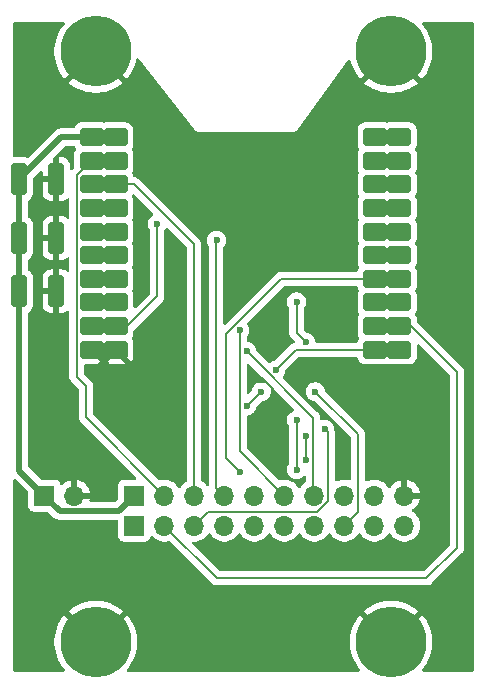
<source format=gtl>
%TF.GenerationSoftware,KiCad,Pcbnew,9.0.0*%
%TF.CreationDate,2025-04-04T06:59:08-07:00*%
%TF.ProjectId,XBee Pro THT Mounting PCB,58426565-2050-4726-9f20-544854204d6f,rev?*%
%TF.SameCoordinates,Original*%
%TF.FileFunction,Copper,L1,Top*%
%TF.FilePolarity,Positive*%
%FSLAX46Y46*%
G04 Gerber Fmt 4.6, Leading zero omitted, Abs format (unit mm)*
G04 Created by KiCad (PCBNEW 9.0.0) date 2025-04-04 06:59:08*
%MOMM*%
%LPD*%
G01*
G04 APERTURE LIST*
G04 Aperture macros list*
%AMRoundRect*
0 Rectangle with rounded corners*
0 $1 Rounding radius*
0 $2 $3 $4 $5 $6 $7 $8 $9 X,Y pos of 4 corners*
0 Add a 4 corners polygon primitive as box body*
4,1,4,$2,$3,$4,$5,$6,$7,$8,$9,$2,$3,0*
0 Add four circle primitives for the rounded corners*
1,1,$1+$1,$2,$3*
1,1,$1+$1,$4,$5*
1,1,$1+$1,$6,$7*
1,1,$1+$1,$8,$9*
0 Add four rect primitives between the rounded corners*
20,1,$1+$1,$2,$3,$4,$5,0*
20,1,$1+$1,$4,$5,$6,$7,0*
20,1,$1+$1,$6,$7,$8,$9,0*
20,1,$1+$1,$8,$9,$2,$3,0*%
G04 Aperture macros list end*
%TA.AperFunction,ComponentPad*%
%ADD10C,6.000000*%
%TD*%
%TA.AperFunction,SMDPad,CuDef*%
%ADD11RoundRect,0.250000X-0.412500X-1.100000X0.412500X-1.100000X0.412500X1.100000X-0.412500X1.100000X0*%
%TD*%
%TA.AperFunction,ComponentPad*%
%ADD12R,1.700000X1.700000*%
%TD*%
%TA.AperFunction,ComponentPad*%
%ADD13O,1.700000X1.700000*%
%TD*%
%TA.AperFunction,ComponentPad*%
%ADD14RoundRect,0.225000X-0.775000X-0.525000X0.775000X-0.525000X0.775000X0.525000X-0.775000X0.525000X0*%
%TD*%
%TA.AperFunction,ViaPad*%
%ADD15C,0.600000*%
%TD*%
%TA.AperFunction,Conductor*%
%ADD16C,0.500000*%
%TD*%
%TA.AperFunction,Conductor*%
%ADD17C,0.200000*%
%TD*%
G04 APERTURE END LIST*
D10*
%TO.P,REF\u002A\u002A,1*%
%TO.N,GND*%
X106600000Y-61800000D03*
%TD*%
%TO.P,REF\u002A\u002A,1*%
%TO.N,GND*%
X131600000Y-61800000D03*
%TD*%
D11*
%TO.P,C1,1*%
%TO.N,+3.3V*%
X100137500Y-72600000D03*
%TO.P,C1,2*%
%TO.N,GND*%
X103262500Y-72600000D03*
%TD*%
%TO.P,C2,1*%
%TO.N,+3.3V*%
X100137500Y-77600000D03*
%TO.P,C2,2*%
%TO.N,GND*%
X103262500Y-77600000D03*
%TD*%
D12*
%TO.P,J3,1,Pin_1*%
%TO.N,+3.3V*%
X102240000Y-99400000D03*
D13*
%TO.P,J3,2,Pin_2*%
%TO.N,GND*%
X104780000Y-99400000D03*
%TD*%
D10*
%TO.P,REF\u002A\u002A,1*%
%TO.N,GND*%
X106600000Y-111800000D03*
%TD*%
D12*
%TO.P,J2,1,Pin_1*%
%TO.N,Net-(J2-Pin_1)*%
X109860000Y-101940000D03*
D13*
%TO.P,J2,2,Pin_2*%
%TO.N,Net-(J2-Pin_2)*%
X112400000Y-101940000D03*
%TO.P,J2,3,Pin_3*%
%TO.N,Net-(J2-Pin_3)*%
X114940000Y-101940000D03*
%TO.P,J2,4,Pin_4*%
%TO.N,Net-(J2-Pin_4)*%
X117480000Y-101940000D03*
%TO.P,J2,5,Pin_5*%
%TO.N,Net-(J2-Pin_5)*%
X120020000Y-101940000D03*
%TO.P,J2,6,Pin_6*%
%TO.N,Net-(J2-Pin_6)*%
X122560000Y-101940000D03*
%TO.P,J2,7,Pin_7*%
%TO.N,Net-(J2-Pin_7)*%
X125100000Y-101940000D03*
%TO.P,J2,8,Pin_8*%
%TO.N,Net-(J2-Pin_8)*%
X127640000Y-101940000D03*
%TO.P,J2,9,Pin_9*%
%TO.N,Net-(J2-Pin_9)*%
X130180000Y-101940000D03*
%TO.P,J2,10,Pin_10*%
%TO.N,Net-(J2-Pin_10)*%
X132720000Y-101940000D03*
%TD*%
D12*
%TO.P,J1,1,Pin_1*%
%TO.N,+3.3V*%
X109860000Y-99400000D03*
D13*
%TO.P,J1,2,Pin_2*%
%TO.N,Net-(J1-Pin_2)*%
X112400000Y-99400000D03*
%TO.P,J1,3,Pin_3*%
%TO.N,Net-(J1-Pin_3)*%
X114940000Y-99400000D03*
%TO.P,J1,4,Pin_4*%
%TO.N,Net-(J1-Pin_4)*%
X117480000Y-99400000D03*
%TO.P,J1,5,Pin_5*%
%TO.N,Net-(J1-Pin_5)*%
X120020000Y-99400000D03*
%TO.P,J1,6,Pin_6*%
%TO.N,Net-(J1-Pin_6)*%
X122560000Y-99400000D03*
%TO.P,J1,7,Pin_7*%
%TO.N,Net-(J1-Pin_7)*%
X125100000Y-99400000D03*
%TO.P,J1,8,Pin_8*%
%TO.N,unconnected-(J1-Pin_8-Pad8)*%
X127640000Y-99400000D03*
%TO.P,J1,9,Pin_9*%
%TO.N,Net-(J1-Pin_9)*%
X130180000Y-99400000D03*
%TO.P,J1,10,Pin_10*%
%TO.N,GND*%
X132720000Y-99400000D03*
%TD*%
D10*
%TO.P,REF\u002A\u002A,1*%
%TO.N,GND*%
X131600000Y-111800000D03*
%TD*%
D14*
%TO.P,XBee1,1,Vcc*%
%TO.N,+3.3V*%
X106277500Y-69045000D03*
X108277500Y-69045000D03*
%TO.P,XBee1,2,DOUT/DIO13*%
%TO.N,Net-(J1-Pin_2)*%
X106277500Y-71045000D03*
X108277500Y-71045000D03*
%TO.P,XBee1,3,DIN/CONFIG*%
%TO.N,Net-(J1-Pin_3)*%
X106277500Y-73045000D03*
X108277500Y-73045000D03*
%TO.P,XBee1,4,DIO12/SPI_MISO*%
%TO.N,Net-(J1-Pin_4)*%
X106277500Y-75045000D03*
X108277500Y-75045000D03*
%TO.P,XBee1,5,RESET*%
%TO.N,Net-(J1-Pin_5)*%
X106277500Y-77045000D03*
X108277500Y-77045000D03*
%TO.P,XBee1,6,DIO10/PWM0*%
%TO.N,Net-(J1-Pin_6)*%
X106277500Y-79045000D03*
X108277500Y-79045000D03*
%TO.P,XBee1,7,DIO11/PWM1*%
%TO.N,Net-(J1-Pin_7)*%
X106277500Y-81045000D03*
X108277500Y-81045000D03*
%TO.P,XBee1,8,Reserved*%
%TO.N,unconnected-(XBee1-Reserved-Pad8)_1*%
X106277500Y-83045000D03*
%TO.N,unconnected-(XBee1-Reserved-Pad8)*%
X108277500Y-83045000D03*
%TO.P,XBee1,9,DTR/SLEEP_RQ/DIO8*%
%TO.N,Net-(J1-Pin_9)*%
X106277500Y-85045000D03*
X108277500Y-85045000D03*
%TO.P,XBee1,10,GND*%
%TO.N,GND*%
X106277500Y-87045000D03*
X108277500Y-87045000D03*
%TO.P,XBee1,11,DIO4/SPI_MOSI*%
%TO.N,Net-(J2-Pin_1)*%
X130277500Y-87045000D03*
X132277500Y-87045000D03*
%TO.P,XBee1,12,CTS/DIO7*%
%TO.N,Net-(J2-Pin_2)*%
X130277500Y-85045000D03*
X132277500Y-85045000D03*
%TO.P,XBee1,13,ON_SLEEP_/DIO9*%
%TO.N,Net-(J2-Pin_3)*%
X130277500Y-83045000D03*
X132277500Y-83045000D03*
%TO.P,XBee1,14,VREF*%
%TO.N,Net-(J2-Pin_4)*%
X130277500Y-81045000D03*
X132277500Y-81045000D03*
%TO.P,XBee1,15,Associate/DIO5*%
%TO.N,Net-(J2-Pin_5)*%
X130277500Y-79045000D03*
X132277500Y-79045000D03*
%TO.P,XBee1,16,RTS_/DIO6*%
%TO.N,Net-(J2-Pin_6)*%
X130277500Y-77045000D03*
X132277500Y-77045000D03*
%TO.P,XBee1,17,AD3/DIO3/SPI_SSEL*%
%TO.N,Net-(J2-Pin_7)*%
X130277500Y-75045000D03*
X132277500Y-75045000D03*
%TO.P,XBee1,18,AD2/DIO2/SPI_CLK*%
%TO.N,Net-(J2-Pin_8)*%
X130277500Y-73045000D03*
X132277500Y-73045000D03*
%TO.P,XBee1,19,AD1/DIO1/SPI_ATTN*%
%TO.N,Net-(J2-Pin_9)*%
X130277500Y-71045000D03*
X132277500Y-71045000D03*
%TO.P,XBee1,20,AD0/DIO0*%
%TO.N,Net-(J2-Pin_10)*%
X130277500Y-69045000D03*
X132277500Y-69045000D03*
%TD*%
D11*
%TO.P,C3,1*%
%TO.N,+3.3V*%
X100137500Y-82100000D03*
%TO.P,C3,2*%
%TO.N,GND*%
X103262500Y-82100000D03*
%TD*%
D15*
%TO.N,GND*%
X120625000Y-89600000D03*
X122600000Y-82200000D03*
X110200000Y-85800000D03*
X110200000Y-82600000D03*
X122200000Y-79800000D03*
X121200000Y-87600000D03*
X121600000Y-91800000D03*
%TO.N,Net-(J2-Pin_1)*%
X119400000Y-91800000D03*
X120625000Y-90600000D03*
X121824265Y-88775735D03*
%TO.N,Net-(J2-Pin_5)*%
X123600000Y-97200000D03*
X123600000Y-93000000D03*
%TO.N,Net-(J1-Pin_4)*%
X116824265Y-77775735D03*
%TO.N,Net-(J1-Pin_9)*%
X111800000Y-76400000D03*
%TO.N,Net-(J1-Pin_6)*%
X118800000Y-85400000D03*
%TO.N,Net-(J2-Pin_6)*%
X124400000Y-96400000D03*
X124400000Y-94351472D03*
%TO.N,Net-(J2-Pin_4)*%
X118800000Y-97400000D03*
%TO.N,Net-(J1-Pin_7)*%
X119400000Y-87200000D03*
%TO.N,Net-(J2-Pin_3)*%
X126000000Y-93800000D03*
%TO.N,Net-(J2-Pin_8)*%
X125200000Y-90600000D03*
X123600000Y-83000000D03*
X124400000Y-86400000D03*
%TD*%
D16*
%TO.N,+3.3V*%
X102240000Y-99400000D02*
X103541000Y-100701000D01*
X100137500Y-72600000D02*
X100137500Y-77600000D01*
X100137500Y-77600000D02*
X100137500Y-82100000D01*
X100137500Y-97297500D02*
X102240000Y-99400000D01*
X100137500Y-82100000D02*
X100137500Y-97297500D01*
D17*
X108277500Y-69045000D02*
X107277500Y-69045000D01*
D16*
X108559000Y-100701000D02*
X109860000Y-99400000D01*
X103692500Y-69045000D02*
X100137500Y-72600000D01*
X103541000Y-100701000D02*
X108559000Y-100701000D01*
X106277500Y-69045000D02*
X103692500Y-69045000D01*
D17*
%TO.N,GND*%
X120625000Y-89600000D02*
X120825000Y-89600000D01*
X120825000Y-89600000D02*
X121600000Y-90375000D01*
X121600000Y-90375000D02*
X121600000Y-91800000D01*
%TO.N,Net-(J2-Pin_1)*%
X123555000Y-87045000D02*
X121824265Y-88775735D01*
X130277500Y-87045000D02*
X123555000Y-87045000D01*
X120600000Y-90600000D02*
X119400000Y-91800000D01*
X120625000Y-90600000D02*
X120600000Y-90600000D01*
%TO.N,Net-(J1-Pin_2)*%
X104976500Y-89326500D02*
X105775000Y-90125000D01*
X106227390Y-71045000D02*
X104976500Y-72295890D01*
X105775000Y-92775000D02*
X112400000Y-99400000D01*
X106277500Y-71045000D02*
X106227390Y-71045000D01*
X104976500Y-72295890D02*
X104976500Y-89326500D01*
X105775000Y-90125000D02*
X105775000Y-92775000D01*
%TO.N,Net-(J2-Pin_5)*%
X123600000Y-93000000D02*
X123600000Y-97200000D01*
%TO.N,Net-(J1-Pin_4)*%
X116800000Y-77800000D02*
X116800000Y-98720000D01*
X116824265Y-77775735D02*
X116800000Y-77800000D01*
X116800000Y-98720000D02*
X117480000Y-99400000D01*
%TO.N,Net-(J1-Pin_9)*%
X111800000Y-82522500D02*
X111800000Y-76400000D01*
X109277500Y-85045000D02*
X111800000Y-82522500D01*
X108277500Y-85045000D02*
X109277500Y-85045000D01*
%TO.N,Net-(J1-Pin_6)*%
X118800000Y-85400000D02*
X118800000Y-95640000D01*
X118800000Y-95640000D02*
X122560000Y-99400000D01*
%TO.N,Net-(J2-Pin_6)*%
X124400000Y-94351472D02*
X124400000Y-96400000D01*
%TO.N,Net-(J2-Pin_4)*%
X130277500Y-81045000D02*
X122305057Y-81045000D01*
X117600000Y-96200000D02*
X118800000Y-97400000D01*
X122305057Y-81045000D02*
X117600000Y-85750057D01*
X117600000Y-85750057D02*
X117600000Y-96200000D01*
%TO.N,Net-(J2-Pin_2)*%
X137200000Y-103800000D02*
X134600000Y-106400000D01*
X133277500Y-85045000D02*
X137200000Y-88967500D01*
X116860000Y-106400000D02*
X112400000Y-101940000D01*
X134600000Y-106400000D02*
X116860000Y-106400000D01*
X132277500Y-85045000D02*
X133277500Y-85045000D01*
X137200000Y-88967500D02*
X137200000Y-103800000D01*
%TO.N,Net-(J1-Pin_7)*%
X125000000Y-99300000D02*
X125100000Y-99400000D01*
X119400000Y-87200000D02*
X125000000Y-92800000D01*
X125000000Y-92800000D02*
X125000000Y-99300000D01*
%TO.N,Net-(J2-Pin_3)*%
X125338760Y-100789000D02*
X116091000Y-100789000D01*
X126000000Y-93800000D02*
X126251000Y-94051000D01*
X116091000Y-100789000D02*
X114940000Y-101940000D01*
X126251000Y-94051000D02*
X126251000Y-99876760D01*
X126251000Y-99876760D02*
X125338760Y-100789000D01*
%TO.N,Net-(J1-Pin_3)*%
X109845000Y-73045000D02*
X114940000Y-78140000D01*
X108277500Y-73045000D02*
X109845000Y-73045000D01*
X114940000Y-78140000D02*
X114940000Y-99400000D01*
%TO.N,Net-(J2-Pin_8)*%
X123600000Y-83000000D02*
X123600000Y-85600000D01*
X128791000Y-94191000D02*
X128791000Y-100789000D01*
X125200000Y-90600000D02*
X128791000Y-94191000D01*
X128791000Y-100789000D02*
X127640000Y-101940000D01*
X123600000Y-85600000D02*
X124400000Y-86400000D01*
%TD*%
%TA.AperFunction,Conductor*%
%TO.N,GND*%
G36*
X103928398Y-59320185D02*
G01*
X103974153Y-59372989D01*
X103984097Y-59442147D01*
X103957212Y-59503165D01*
X103785387Y-59712532D01*
X103785377Y-59712546D01*
X103594333Y-59998463D01*
X103594322Y-59998481D01*
X103432226Y-60301744D01*
X103432219Y-60301758D01*
X103300623Y-60619459D01*
X103200792Y-60948556D01*
X103200791Y-60948562D01*
X103133708Y-61285817D01*
X103133705Y-61285834D01*
X103100000Y-61628059D01*
X103100000Y-61971940D01*
X103133705Y-62314165D01*
X103133708Y-62314182D01*
X103200791Y-62651437D01*
X103200792Y-62651443D01*
X103300623Y-62980540D01*
X103432219Y-63298241D01*
X103432226Y-63298255D01*
X103594322Y-63601518D01*
X103594333Y-63601536D01*
X103785377Y-63887453D01*
X103785387Y-63887467D01*
X103953785Y-64092659D01*
X103953786Y-64092660D01*
X105377340Y-62669105D01*
X105455864Y-62777184D01*
X105622816Y-62944136D01*
X105730893Y-63022658D01*
X104307338Y-64446212D01*
X104307339Y-64446213D01*
X104512533Y-64614612D01*
X104512546Y-64614622D01*
X104798463Y-64805666D01*
X104798481Y-64805677D01*
X105101744Y-64967773D01*
X105101758Y-64967780D01*
X105419459Y-65099376D01*
X105748556Y-65199207D01*
X105748562Y-65199208D01*
X106085817Y-65266291D01*
X106085834Y-65266294D01*
X106428059Y-65300000D01*
X106771941Y-65300000D01*
X107114165Y-65266294D01*
X107114182Y-65266291D01*
X107451437Y-65199208D01*
X107451443Y-65199207D01*
X107780540Y-65099376D01*
X108098241Y-64967780D01*
X108098255Y-64967773D01*
X108401518Y-64805677D01*
X108401536Y-64805666D01*
X108687453Y-64614622D01*
X108687466Y-64614612D01*
X108892659Y-64446213D01*
X108892659Y-64446212D01*
X107469106Y-63022659D01*
X107577184Y-62944136D01*
X107744136Y-62777184D01*
X107822659Y-62669106D01*
X109246212Y-64092659D01*
X109246213Y-64092659D01*
X109414612Y-63887466D01*
X109414622Y-63887453D01*
X109605666Y-63601536D01*
X109605677Y-63601518D01*
X109767773Y-63298255D01*
X109767780Y-63298241D01*
X109899376Y-62980540D01*
X109999205Y-62651448D01*
X110038019Y-62456312D01*
X110070404Y-62394400D01*
X110131119Y-62359826D01*
X110200889Y-62363565D01*
X110257561Y-62404431D01*
X110257687Y-62404593D01*
X114878357Y-68372958D01*
X114883499Y-68379600D01*
X114899500Y-68407314D01*
X114923662Y-68431476D01*
X114944580Y-68458495D01*
X114963373Y-68472787D01*
X114963372Y-68472787D01*
X114970056Y-68477870D01*
X114992686Y-68500500D01*
X115022274Y-68517582D01*
X115028525Y-68522336D01*
X115028531Y-68522340D01*
X115049476Y-68538269D01*
X115071326Y-68547209D01*
X115086360Y-68554583D01*
X115106814Y-68566392D01*
X115139823Y-68575236D01*
X115171444Y-68588175D01*
X115203189Y-68592215D01*
X115234108Y-68600500D01*
X115234110Y-68600500D01*
X115268280Y-68600500D01*
X115302175Y-68604814D01*
X115333887Y-68600500D01*
X123266316Y-68600500D01*
X123279651Y-68601219D01*
X123311685Y-68604684D01*
X123329177Y-68601968D01*
X123338630Y-68600500D01*
X123365892Y-68600500D01*
X123403464Y-68590432D01*
X123441909Y-68584463D01*
X123466851Y-68573448D01*
X123493186Y-68566392D01*
X123526876Y-68546940D01*
X123562462Y-68531226D01*
X123576242Y-68520135D01*
X123591990Y-68509346D01*
X123607314Y-68500500D01*
X123634823Y-68472990D01*
X123665128Y-68448602D01*
X123681219Y-68426594D01*
X123700500Y-68407314D01*
X123716611Y-68379406D01*
X123723897Y-68368225D01*
X123756715Y-68323342D01*
X127970669Y-62560141D01*
X128026124Y-62517647D01*
X128095755Y-62511879D01*
X128157451Y-62544672D01*
X128191624Y-62605615D01*
X128192379Y-62609142D01*
X128200795Y-62651450D01*
X128200795Y-62651453D01*
X128300623Y-62980540D01*
X128432219Y-63298241D01*
X128432226Y-63298255D01*
X128594322Y-63601518D01*
X128594333Y-63601536D01*
X128785377Y-63887453D01*
X128785387Y-63887467D01*
X128953785Y-64092659D01*
X128953786Y-64092660D01*
X130377340Y-62669105D01*
X130455864Y-62777184D01*
X130622816Y-62944136D01*
X130730893Y-63022658D01*
X129307338Y-64446212D01*
X129307339Y-64446213D01*
X129512533Y-64614612D01*
X129512546Y-64614622D01*
X129798463Y-64805666D01*
X129798481Y-64805677D01*
X130101744Y-64967773D01*
X130101758Y-64967780D01*
X130419459Y-65099376D01*
X130748556Y-65199207D01*
X130748562Y-65199208D01*
X131085817Y-65266291D01*
X131085834Y-65266294D01*
X131428059Y-65300000D01*
X131771941Y-65300000D01*
X132114165Y-65266294D01*
X132114182Y-65266291D01*
X132451437Y-65199208D01*
X132451443Y-65199207D01*
X132780540Y-65099376D01*
X133098241Y-64967780D01*
X133098255Y-64967773D01*
X133401518Y-64805677D01*
X133401536Y-64805666D01*
X133687453Y-64614622D01*
X133687466Y-64614612D01*
X133892659Y-64446213D01*
X133892659Y-64446212D01*
X132469106Y-63022659D01*
X132577184Y-62944136D01*
X132744136Y-62777184D01*
X132822659Y-62669106D01*
X134246212Y-64092659D01*
X134246213Y-64092659D01*
X134414612Y-63887466D01*
X134414622Y-63887453D01*
X134605666Y-63601536D01*
X134605677Y-63601518D01*
X134767773Y-63298255D01*
X134767780Y-63298241D01*
X134899376Y-62980540D01*
X134999207Y-62651443D01*
X134999208Y-62651437D01*
X135066291Y-62314182D01*
X135066294Y-62314165D01*
X135100000Y-61971940D01*
X135100000Y-61628059D01*
X135066294Y-61285834D01*
X135066291Y-61285817D01*
X134999208Y-60948562D01*
X134999207Y-60948556D01*
X134899376Y-60619459D01*
X134767780Y-60301758D01*
X134767773Y-60301744D01*
X134605677Y-59998481D01*
X134605666Y-59998463D01*
X134414622Y-59712546D01*
X134414612Y-59712532D01*
X134242788Y-59503165D01*
X134215475Y-59438855D01*
X134227266Y-59369988D01*
X134274418Y-59318427D01*
X134338641Y-59300500D01*
X138475500Y-59300500D01*
X138542539Y-59320185D01*
X138588294Y-59372989D01*
X138599500Y-59424500D01*
X138599500Y-114175500D01*
X138579815Y-114242539D01*
X138527011Y-114288294D01*
X138475500Y-114299500D01*
X134338641Y-114299500D01*
X134271602Y-114279815D01*
X134225847Y-114227011D01*
X134215903Y-114157853D01*
X134242788Y-114096835D01*
X134414612Y-113887467D01*
X134414622Y-113887453D01*
X134605666Y-113601536D01*
X134605677Y-113601518D01*
X134767773Y-113298255D01*
X134767780Y-113298241D01*
X134899376Y-112980540D01*
X134999207Y-112651443D01*
X134999208Y-112651437D01*
X135066291Y-112314182D01*
X135066294Y-112314165D01*
X135100000Y-111971940D01*
X135100000Y-111628059D01*
X135066294Y-111285834D01*
X135066291Y-111285817D01*
X134999208Y-110948562D01*
X134999207Y-110948556D01*
X134899376Y-110619459D01*
X134767780Y-110301758D01*
X134767773Y-110301744D01*
X134605677Y-109998481D01*
X134605666Y-109998463D01*
X134414622Y-109712546D01*
X134414612Y-109712533D01*
X134246213Y-109507339D01*
X134246212Y-109507338D01*
X132822658Y-110930892D01*
X132744136Y-110822816D01*
X132577184Y-110655864D01*
X132469105Y-110577340D01*
X133892660Y-109153786D01*
X133892659Y-109153785D01*
X133687467Y-108985387D01*
X133687453Y-108985377D01*
X133401536Y-108794333D01*
X133401518Y-108794322D01*
X133098255Y-108632226D01*
X133098241Y-108632219D01*
X132780540Y-108500623D01*
X132451443Y-108400792D01*
X132451437Y-108400791D01*
X132114182Y-108333708D01*
X132114165Y-108333705D01*
X131771941Y-108300000D01*
X131428059Y-108300000D01*
X131085834Y-108333705D01*
X131085817Y-108333708D01*
X130748562Y-108400791D01*
X130748556Y-108400792D01*
X130419459Y-108500623D01*
X130101758Y-108632219D01*
X130101744Y-108632226D01*
X129798481Y-108794322D01*
X129798463Y-108794333D01*
X129512546Y-108985377D01*
X129512532Y-108985387D01*
X129307338Y-109153786D01*
X130730893Y-110577341D01*
X130622816Y-110655864D01*
X130455864Y-110822816D01*
X130377341Y-110930893D01*
X128953786Y-109507338D01*
X128785387Y-109712532D01*
X128785377Y-109712546D01*
X128594333Y-109998463D01*
X128594322Y-109998481D01*
X128432226Y-110301744D01*
X128432219Y-110301758D01*
X128300623Y-110619459D01*
X128200792Y-110948556D01*
X128200791Y-110948562D01*
X128133708Y-111285817D01*
X128133705Y-111285834D01*
X128100000Y-111628059D01*
X128100000Y-111971940D01*
X128133705Y-112314165D01*
X128133708Y-112314182D01*
X128200791Y-112651437D01*
X128200792Y-112651443D01*
X128300623Y-112980540D01*
X128432219Y-113298241D01*
X128432226Y-113298255D01*
X128594322Y-113601518D01*
X128594333Y-113601536D01*
X128785377Y-113887453D01*
X128785387Y-113887467D01*
X128957212Y-114096835D01*
X128984525Y-114161145D01*
X128972734Y-114230012D01*
X128925582Y-114281573D01*
X128861359Y-114299500D01*
X109338641Y-114299500D01*
X109271602Y-114279815D01*
X109225847Y-114227011D01*
X109215903Y-114157853D01*
X109242788Y-114096835D01*
X109414612Y-113887467D01*
X109414622Y-113887453D01*
X109605666Y-113601536D01*
X109605677Y-113601518D01*
X109767773Y-113298255D01*
X109767780Y-113298241D01*
X109899376Y-112980540D01*
X109999207Y-112651443D01*
X109999208Y-112651437D01*
X110066291Y-112314182D01*
X110066294Y-112314165D01*
X110100000Y-111971940D01*
X110100000Y-111628059D01*
X110066294Y-111285834D01*
X110066291Y-111285817D01*
X109999208Y-110948562D01*
X109999207Y-110948556D01*
X109899376Y-110619459D01*
X109767780Y-110301758D01*
X109767773Y-110301744D01*
X109605677Y-109998481D01*
X109605666Y-109998463D01*
X109414622Y-109712546D01*
X109414612Y-109712533D01*
X109246213Y-109507339D01*
X109246212Y-109507338D01*
X107822658Y-110930892D01*
X107744136Y-110822816D01*
X107577184Y-110655864D01*
X107469105Y-110577340D01*
X108892660Y-109153786D01*
X108892659Y-109153785D01*
X108687467Y-108985387D01*
X108687453Y-108985377D01*
X108401536Y-108794333D01*
X108401518Y-108794322D01*
X108098255Y-108632226D01*
X108098241Y-108632219D01*
X107780540Y-108500623D01*
X107451443Y-108400792D01*
X107451437Y-108400791D01*
X107114182Y-108333708D01*
X107114165Y-108333705D01*
X106771941Y-108300000D01*
X106428059Y-108300000D01*
X106085834Y-108333705D01*
X106085817Y-108333708D01*
X105748562Y-108400791D01*
X105748556Y-108400792D01*
X105419459Y-108500623D01*
X105101758Y-108632219D01*
X105101744Y-108632226D01*
X104798481Y-108794322D01*
X104798463Y-108794333D01*
X104512546Y-108985377D01*
X104512532Y-108985387D01*
X104307338Y-109153786D01*
X105730893Y-110577341D01*
X105622816Y-110655864D01*
X105455864Y-110822816D01*
X105377341Y-110930893D01*
X103953786Y-109507338D01*
X103785387Y-109712532D01*
X103785377Y-109712546D01*
X103594333Y-109998463D01*
X103594322Y-109998481D01*
X103432226Y-110301744D01*
X103432219Y-110301758D01*
X103300623Y-110619459D01*
X103200792Y-110948556D01*
X103200791Y-110948562D01*
X103133708Y-111285817D01*
X103133705Y-111285834D01*
X103100000Y-111628059D01*
X103100000Y-111971940D01*
X103133705Y-112314165D01*
X103133708Y-112314182D01*
X103200791Y-112651437D01*
X103200792Y-112651443D01*
X103300623Y-112980540D01*
X103432219Y-113298241D01*
X103432226Y-113298255D01*
X103594322Y-113601518D01*
X103594333Y-113601536D01*
X103785377Y-113887453D01*
X103785387Y-113887467D01*
X103957212Y-114096835D01*
X103984525Y-114161145D01*
X103972734Y-114230012D01*
X103925582Y-114281573D01*
X103861359Y-114299500D01*
X99724500Y-114299500D01*
X99657461Y-114279815D01*
X99611706Y-114227011D01*
X99600500Y-114175500D01*
X99600500Y-98121230D01*
X99620185Y-98054191D01*
X99672989Y-98008436D01*
X99742147Y-97998492D01*
X99805703Y-98027517D01*
X99812181Y-98033549D01*
X100853181Y-99074549D01*
X100886666Y-99135872D01*
X100889500Y-99162230D01*
X100889500Y-100297870D01*
X100889501Y-100297876D01*
X100895908Y-100357483D01*
X100946202Y-100492328D01*
X100946206Y-100492335D01*
X101032452Y-100607544D01*
X101032455Y-100607547D01*
X101147664Y-100693793D01*
X101147671Y-100693797D01*
X101282517Y-100744091D01*
X101282516Y-100744091D01*
X101289444Y-100744835D01*
X101342127Y-100750500D01*
X102477769Y-100750499D01*
X102544808Y-100770184D01*
X102565450Y-100786818D01*
X103062586Y-101283954D01*
X103086295Y-101299795D01*
X103136270Y-101333186D01*
X103185505Y-101366084D01*
X103185506Y-101366084D01*
X103185507Y-101366085D01*
X103185509Y-101366086D01*
X103319504Y-101421588D01*
X103322087Y-101422658D01*
X103322091Y-101422658D01*
X103322092Y-101422659D01*
X103467079Y-101451500D01*
X103467082Y-101451500D01*
X103467083Y-101451500D01*
X103614918Y-101451500D01*
X108385500Y-101451500D01*
X108452539Y-101471185D01*
X108498294Y-101523989D01*
X108509500Y-101575500D01*
X108509500Y-102837870D01*
X108509501Y-102837876D01*
X108515908Y-102897483D01*
X108566202Y-103032328D01*
X108566206Y-103032335D01*
X108652452Y-103147544D01*
X108652455Y-103147547D01*
X108767664Y-103233793D01*
X108767671Y-103233797D01*
X108902517Y-103284091D01*
X108902516Y-103284091D01*
X108909444Y-103284835D01*
X108962127Y-103290500D01*
X110757872Y-103290499D01*
X110817483Y-103284091D01*
X110952331Y-103233796D01*
X111067546Y-103147546D01*
X111153796Y-103032331D01*
X111202810Y-102900916D01*
X111244681Y-102844984D01*
X111310145Y-102820566D01*
X111378418Y-102835417D01*
X111406673Y-102856569D01*
X111520213Y-102970109D01*
X111692179Y-103095048D01*
X111692181Y-103095049D01*
X111692184Y-103095051D01*
X111881588Y-103191557D01*
X112083757Y-103257246D01*
X112293713Y-103290500D01*
X112293714Y-103290500D01*
X112506286Y-103290500D01*
X112506287Y-103290500D01*
X112716243Y-103257246D01*
X112758523Y-103243507D01*
X112828362Y-103241511D01*
X112884522Y-103273757D01*
X116375139Y-106764374D01*
X116375149Y-106764385D01*
X116379479Y-106768715D01*
X116379480Y-106768716D01*
X116491284Y-106880520D01*
X116491286Y-106880521D01*
X116491290Y-106880524D01*
X116628209Y-106959573D01*
X116628216Y-106959577D01*
X116740019Y-106989534D01*
X116780942Y-107000500D01*
X116780943Y-107000500D01*
X134513331Y-107000500D01*
X134513347Y-107000501D01*
X134520943Y-107000501D01*
X134679054Y-107000501D01*
X134679057Y-107000501D01*
X134831785Y-106959577D01*
X134881904Y-106930639D01*
X134968716Y-106880520D01*
X135080520Y-106768716D01*
X135080520Y-106768714D01*
X135090728Y-106758507D01*
X135090730Y-106758504D01*
X137568713Y-104280521D01*
X137568716Y-104280520D01*
X137680520Y-104168716D01*
X137730639Y-104081904D01*
X137759577Y-104031785D01*
X137800500Y-103879058D01*
X137800500Y-103720943D01*
X137800500Y-89056560D01*
X137800501Y-89056547D01*
X137800501Y-88888444D01*
X137783359Y-88824470D01*
X137759577Y-88735716D01*
X137759573Y-88735709D01*
X137680524Y-88598790D01*
X137680518Y-88598782D01*
X133814318Y-84732582D01*
X133780833Y-84671259D01*
X133777999Y-84644901D01*
X133777999Y-84471662D01*
X133777998Y-84471644D01*
X133767849Y-84372292D01*
X133767848Y-84372289D01*
X133714503Y-84211303D01*
X133652077Y-84110096D01*
X133633637Y-84042705D01*
X133652077Y-83979903D01*
X133714503Y-83878697D01*
X133767849Y-83717708D01*
X133778000Y-83618345D01*
X133777999Y-82471656D01*
X133767849Y-82372292D01*
X133714503Y-82211303D01*
X133652077Y-82110096D01*
X133633637Y-82042705D01*
X133652077Y-81979903D01*
X133714503Y-81878697D01*
X133767849Y-81717708D01*
X133778000Y-81618345D01*
X133777999Y-80471656D01*
X133767849Y-80372292D01*
X133714503Y-80211303D01*
X133652077Y-80110096D01*
X133633637Y-80042705D01*
X133652077Y-79979903D01*
X133714503Y-79878697D01*
X133767849Y-79717708D01*
X133778000Y-79618345D01*
X133777999Y-78471656D01*
X133767849Y-78372292D01*
X133714503Y-78211303D01*
X133652077Y-78110096D01*
X133633637Y-78042705D01*
X133652077Y-77979903D01*
X133714503Y-77878697D01*
X133767849Y-77717708D01*
X133778000Y-77618345D01*
X133777999Y-76471656D01*
X133767849Y-76372292D01*
X133714503Y-76211303D01*
X133652077Y-76110096D01*
X133633637Y-76042705D01*
X133652077Y-75979903D01*
X133714503Y-75878697D01*
X133767849Y-75717708D01*
X133778000Y-75618345D01*
X133777999Y-74471656D01*
X133775021Y-74442507D01*
X133767849Y-74372292D01*
X133767848Y-74372289D01*
X133760521Y-74350177D01*
X133714503Y-74211303D01*
X133652077Y-74110096D01*
X133633637Y-74042705D01*
X133652077Y-73979903D01*
X133714503Y-73878697D01*
X133767849Y-73717708D01*
X133778000Y-73618345D01*
X133777999Y-72471656D01*
X133767849Y-72372292D01*
X133714503Y-72211303D01*
X133652077Y-72110096D01*
X133633637Y-72042705D01*
X133652077Y-71979903D01*
X133714503Y-71878697D01*
X133767849Y-71717708D01*
X133778000Y-71618345D01*
X133777999Y-70471656D01*
X133767849Y-70372292D01*
X133714503Y-70211303D01*
X133652077Y-70110096D01*
X133633637Y-70042705D01*
X133652077Y-69979903D01*
X133714503Y-69878697D01*
X133767849Y-69717708D01*
X133778000Y-69618345D01*
X133777999Y-68471656D01*
X133771426Y-68407314D01*
X133767849Y-68372292D01*
X133767848Y-68372289D01*
X133751628Y-68323340D01*
X133714503Y-68211303D01*
X133714499Y-68211297D01*
X133714498Y-68211294D01*
X133625470Y-68066959D01*
X133625467Y-68066955D01*
X133505544Y-67947032D01*
X133505540Y-67947029D01*
X133361205Y-67858001D01*
X133361199Y-67857998D01*
X133361197Y-67857997D01*
X133277498Y-67830262D01*
X133200209Y-67804651D01*
X133100846Y-67794500D01*
X131454162Y-67794500D01*
X131454144Y-67794501D01*
X131354790Y-67804651D01*
X131316503Y-67817338D01*
X131246675Y-67819739D01*
X131238497Y-67817338D01*
X131200209Y-67804651D01*
X131100846Y-67794500D01*
X129454162Y-67794500D01*
X129454144Y-67794501D01*
X129354792Y-67804650D01*
X129354789Y-67804651D01*
X129193805Y-67857996D01*
X129193794Y-67858001D01*
X129049459Y-67947029D01*
X129049455Y-67947032D01*
X128929532Y-68066955D01*
X128929529Y-68066959D01*
X128840501Y-68211294D01*
X128840496Y-68211305D01*
X128787151Y-68372290D01*
X128777000Y-68471647D01*
X128777000Y-69618337D01*
X128777001Y-69618355D01*
X128787150Y-69717707D01*
X128787151Y-69717710D01*
X128840496Y-69878694D01*
X128840498Y-69878699D01*
X128902922Y-69979903D01*
X128921362Y-70047296D01*
X128902922Y-70110097D01*
X128840498Y-70211300D01*
X128840496Y-70211305D01*
X128787151Y-70372290D01*
X128777000Y-70471647D01*
X128777000Y-71618337D01*
X128777001Y-71618355D01*
X128787150Y-71717707D01*
X128787151Y-71717710D01*
X128840496Y-71878694D01*
X128840498Y-71878699D01*
X128902922Y-71979903D01*
X128921362Y-72047296D01*
X128902922Y-72110097D01*
X128840498Y-72211300D01*
X128840496Y-72211305D01*
X128787151Y-72372290D01*
X128777000Y-72471647D01*
X128777000Y-73618337D01*
X128777001Y-73618355D01*
X128787150Y-73717707D01*
X128787151Y-73717710D01*
X128840496Y-73878694D01*
X128840498Y-73878699D01*
X128902922Y-73979903D01*
X128921362Y-74047296D01*
X128902922Y-74110097D01*
X128840498Y-74211300D01*
X128840496Y-74211305D01*
X128787151Y-74372290D01*
X128777000Y-74471647D01*
X128777000Y-75618337D01*
X128777001Y-75618355D01*
X128787150Y-75717707D01*
X128787151Y-75717710D01*
X128840496Y-75878694D01*
X128840498Y-75878699D01*
X128902922Y-75979903D01*
X128921362Y-76047296D01*
X128902922Y-76110097D01*
X128840498Y-76211300D01*
X128840496Y-76211305D01*
X128787151Y-76372290D01*
X128777000Y-76471647D01*
X128777000Y-77618337D01*
X128777001Y-77618355D01*
X128787150Y-77717707D01*
X128787151Y-77717710D01*
X128840496Y-77878694D01*
X128840498Y-77878699D01*
X128902922Y-77979903D01*
X128921362Y-78047296D01*
X128902922Y-78110097D01*
X128840498Y-78211300D01*
X128840496Y-78211305D01*
X128787151Y-78372290D01*
X128777000Y-78471647D01*
X128777000Y-79618337D01*
X128777001Y-79618355D01*
X128787150Y-79717707D01*
X128787151Y-79717710D01*
X128840496Y-79878694D01*
X128840498Y-79878699D01*
X128902922Y-79979903D01*
X128921362Y-80047296D01*
X128902922Y-80110097D01*
X128840498Y-80211300D01*
X128840496Y-80211305D01*
X128791388Y-80359504D01*
X128751615Y-80416949D01*
X128687099Y-80443772D01*
X128673682Y-80444500D01*
X122225997Y-80444500D01*
X122185076Y-80455464D01*
X122185076Y-80455465D01*
X122154287Y-80463715D01*
X122073271Y-80485423D01*
X122073266Y-80485426D01*
X121936347Y-80564475D01*
X121936339Y-80564481D01*
X117612181Y-84888640D01*
X117550858Y-84922125D01*
X117481166Y-84917141D01*
X117425233Y-84875269D01*
X117400816Y-84809805D01*
X117400500Y-84800959D01*
X117400500Y-78382940D01*
X117420185Y-78315901D01*
X117436822Y-78295256D01*
X117446052Y-78286026D01*
X117446054Y-78286024D01*
X117533659Y-78154914D01*
X117594002Y-78009232D01*
X117624765Y-77854577D01*
X117624765Y-77696893D01*
X117624765Y-77696890D01*
X117624764Y-77696888D01*
X117617323Y-77659478D01*
X117594002Y-77542238D01*
X117594000Y-77542233D01*
X117533662Y-77396562D01*
X117533655Y-77396549D01*
X117446054Y-77265446D01*
X117446051Y-77265442D01*
X117334557Y-77153948D01*
X117334553Y-77153945D01*
X117203450Y-77066344D01*
X117203437Y-77066337D01*
X117057766Y-77005999D01*
X117057754Y-77005996D01*
X116903110Y-76975235D01*
X116903107Y-76975235D01*
X116745423Y-76975235D01*
X116745420Y-76975235D01*
X116590775Y-77005996D01*
X116590763Y-77005999D01*
X116445092Y-77066337D01*
X116445079Y-77066344D01*
X116313976Y-77153945D01*
X116313972Y-77153948D01*
X116202478Y-77265442D01*
X116202475Y-77265446D01*
X116114874Y-77396549D01*
X116114867Y-77396562D01*
X116054529Y-77542233D01*
X116054526Y-77542245D01*
X116023765Y-77696888D01*
X116023765Y-77854578D01*
X116054526Y-78009224D01*
X116054529Y-78009236D01*
X116114867Y-78154907D01*
X116114874Y-78154919D01*
X116178602Y-78250294D01*
X116199480Y-78316971D01*
X116199500Y-78319185D01*
X116199500Y-98454310D01*
X116179815Y-98521349D01*
X116127011Y-98567104D01*
X116057853Y-98577048D01*
X115994297Y-98548023D01*
X115975185Y-98527199D01*
X115970111Y-98520216D01*
X115970105Y-98520209D01*
X115819786Y-98369890D01*
X115647815Y-98244948D01*
X115647814Y-98244947D01*
X115608205Y-98224765D01*
X115557409Y-98176791D01*
X115540500Y-98114281D01*
X115540500Y-78060945D01*
X115540500Y-78060943D01*
X115514921Y-77965479D01*
X115499577Y-77908215D01*
X115468609Y-77854577D01*
X115468609Y-77854576D01*
X115420524Y-77771290D01*
X115420521Y-77771286D01*
X115420520Y-77771284D01*
X115308716Y-77659480D01*
X115308715Y-77659479D01*
X115304385Y-77655149D01*
X115304374Y-77655139D01*
X110332590Y-72683355D01*
X110332588Y-72683352D01*
X110213717Y-72564481D01*
X110213716Y-72564480D01*
X110126904Y-72514360D01*
X110126904Y-72514359D01*
X110126900Y-72514358D01*
X110076785Y-72485423D01*
X109924057Y-72444499D01*
X109924054Y-72444499D01*
X109881317Y-72444499D01*
X109814278Y-72424814D01*
X109768523Y-72372010D01*
X109763611Y-72359503D01*
X109716335Y-72216833D01*
X109714503Y-72211303D01*
X109652077Y-72110096D01*
X109633637Y-72042705D01*
X109652077Y-71979903D01*
X109714503Y-71878697D01*
X109767849Y-71717708D01*
X109778000Y-71618345D01*
X109777999Y-70471656D01*
X109767849Y-70372292D01*
X109714503Y-70211303D01*
X109652077Y-70110096D01*
X109633637Y-70042705D01*
X109652077Y-69979903D01*
X109714503Y-69878697D01*
X109767849Y-69717708D01*
X109778000Y-69618345D01*
X109777999Y-68471656D01*
X109771426Y-68407314D01*
X109767849Y-68372292D01*
X109767848Y-68372289D01*
X109751628Y-68323340D01*
X109714503Y-68211303D01*
X109714499Y-68211297D01*
X109714498Y-68211294D01*
X109625470Y-68066959D01*
X109625467Y-68066955D01*
X109505544Y-67947032D01*
X109505540Y-67947029D01*
X109361205Y-67858001D01*
X109361199Y-67857998D01*
X109361197Y-67857997D01*
X109277498Y-67830262D01*
X109200209Y-67804651D01*
X109100846Y-67794500D01*
X107454162Y-67794500D01*
X107454144Y-67794501D01*
X107354790Y-67804651D01*
X107316503Y-67817338D01*
X107246675Y-67819739D01*
X107238497Y-67817338D01*
X107200209Y-67804651D01*
X107100846Y-67794500D01*
X105454162Y-67794500D01*
X105454144Y-67794501D01*
X105354792Y-67804650D01*
X105354789Y-67804651D01*
X105193805Y-67857996D01*
X105193794Y-67858001D01*
X105049459Y-67947029D01*
X105049455Y-67947032D01*
X104929531Y-68066956D01*
X104840499Y-68211297D01*
X104837447Y-68217845D01*
X104835838Y-68217095D01*
X104801316Y-68266953D01*
X104736799Y-68293773D01*
X104723387Y-68294500D01*
X103618580Y-68294500D01*
X103473592Y-68323340D01*
X103473582Y-68323343D01*
X103337011Y-68379912D01*
X103336998Y-68379919D01*
X103214084Y-68462048D01*
X103214080Y-68462051D01*
X100917115Y-70759015D01*
X100855792Y-70792500D01*
X100790430Y-70789040D01*
X100702797Y-70760001D01*
X100702795Y-70760000D01*
X100600016Y-70749500D01*
X99724500Y-70749500D01*
X99657461Y-70729815D01*
X99611706Y-70677011D01*
X99600500Y-70625500D01*
X99600500Y-59424500D01*
X99620185Y-59357461D01*
X99672989Y-59311706D01*
X99724500Y-59300500D01*
X103861359Y-59300500D01*
X103928398Y-59320185D01*
G37*
%TD.AperFunction*%
%TA.AperFunction,Conductor*%
G36*
X133983202Y-86600383D02*
G01*
X133989680Y-86606415D01*
X136563181Y-89179916D01*
X136596666Y-89241239D01*
X136599500Y-89267597D01*
X136599500Y-103499903D01*
X136579815Y-103566942D01*
X136563181Y-103587584D01*
X134387584Y-105763181D01*
X134326261Y-105796666D01*
X134299903Y-105799500D01*
X117160097Y-105799500D01*
X117093058Y-105779815D01*
X117072416Y-105763181D01*
X114811416Y-103502181D01*
X114777931Y-103440858D01*
X114782915Y-103371166D01*
X114824787Y-103315233D01*
X114890251Y-103290816D01*
X114899097Y-103290500D01*
X115046286Y-103290500D01*
X115046287Y-103290500D01*
X115256243Y-103257246D01*
X115458412Y-103191557D01*
X115647816Y-103095051D01*
X115734138Y-103032335D01*
X115819786Y-102970109D01*
X115819788Y-102970106D01*
X115819792Y-102970104D01*
X115970104Y-102819792D01*
X115970106Y-102819788D01*
X115970109Y-102819786D01*
X116095048Y-102647820D01*
X116095047Y-102647820D01*
X116095051Y-102647816D01*
X116099514Y-102639054D01*
X116147488Y-102588259D01*
X116215308Y-102571463D01*
X116281444Y-102593999D01*
X116320486Y-102639056D01*
X116324951Y-102647820D01*
X116449890Y-102819786D01*
X116600213Y-102970109D01*
X116772179Y-103095048D01*
X116772181Y-103095049D01*
X116772184Y-103095051D01*
X116961588Y-103191557D01*
X117163757Y-103257246D01*
X117373713Y-103290500D01*
X117373714Y-103290500D01*
X117586286Y-103290500D01*
X117586287Y-103290500D01*
X117796243Y-103257246D01*
X117998412Y-103191557D01*
X118187816Y-103095051D01*
X118274138Y-103032335D01*
X118359786Y-102970109D01*
X118359788Y-102970106D01*
X118359792Y-102970104D01*
X118510104Y-102819792D01*
X118510106Y-102819788D01*
X118510109Y-102819786D01*
X118635048Y-102647820D01*
X118635047Y-102647820D01*
X118635051Y-102647816D01*
X118639514Y-102639054D01*
X118687488Y-102588259D01*
X118755308Y-102571463D01*
X118821444Y-102593999D01*
X118860486Y-102639056D01*
X118864951Y-102647820D01*
X118989890Y-102819786D01*
X119140213Y-102970109D01*
X119312179Y-103095048D01*
X119312181Y-103095049D01*
X119312184Y-103095051D01*
X119501588Y-103191557D01*
X119703757Y-103257246D01*
X119913713Y-103290500D01*
X119913714Y-103290500D01*
X120126286Y-103290500D01*
X120126287Y-103290500D01*
X120336243Y-103257246D01*
X120538412Y-103191557D01*
X120727816Y-103095051D01*
X120814138Y-103032335D01*
X120899786Y-102970109D01*
X120899788Y-102970106D01*
X120899792Y-102970104D01*
X121050104Y-102819792D01*
X121050106Y-102819788D01*
X121050109Y-102819786D01*
X121175048Y-102647820D01*
X121175047Y-102647820D01*
X121175051Y-102647816D01*
X121179514Y-102639054D01*
X121227488Y-102588259D01*
X121295308Y-102571463D01*
X121361444Y-102593999D01*
X121400486Y-102639056D01*
X121404951Y-102647820D01*
X121529890Y-102819786D01*
X121680213Y-102970109D01*
X121852179Y-103095048D01*
X121852181Y-103095049D01*
X121852184Y-103095051D01*
X122041588Y-103191557D01*
X122243757Y-103257246D01*
X122453713Y-103290500D01*
X122453714Y-103290500D01*
X122666286Y-103290500D01*
X122666287Y-103290500D01*
X122876243Y-103257246D01*
X123078412Y-103191557D01*
X123267816Y-103095051D01*
X123354138Y-103032335D01*
X123439786Y-102970109D01*
X123439788Y-102970106D01*
X123439792Y-102970104D01*
X123590104Y-102819792D01*
X123590106Y-102819788D01*
X123590109Y-102819786D01*
X123715048Y-102647820D01*
X123715047Y-102647820D01*
X123715051Y-102647816D01*
X123719514Y-102639054D01*
X123767488Y-102588259D01*
X123835308Y-102571463D01*
X123901444Y-102593999D01*
X123940486Y-102639056D01*
X123944951Y-102647820D01*
X124069890Y-102819786D01*
X124220213Y-102970109D01*
X124392179Y-103095048D01*
X124392181Y-103095049D01*
X124392184Y-103095051D01*
X124581588Y-103191557D01*
X124783757Y-103257246D01*
X124993713Y-103290500D01*
X124993714Y-103290500D01*
X125206286Y-103290500D01*
X125206287Y-103290500D01*
X125416243Y-103257246D01*
X125618412Y-103191557D01*
X125807816Y-103095051D01*
X125894138Y-103032335D01*
X125979786Y-102970109D01*
X125979788Y-102970106D01*
X125979792Y-102970104D01*
X126130104Y-102819792D01*
X126130106Y-102819788D01*
X126130109Y-102819786D01*
X126255048Y-102647820D01*
X126255047Y-102647820D01*
X126255051Y-102647816D01*
X126259514Y-102639054D01*
X126307488Y-102588259D01*
X126375308Y-102571463D01*
X126441444Y-102593999D01*
X126480486Y-102639056D01*
X126484951Y-102647820D01*
X126609890Y-102819786D01*
X126760213Y-102970109D01*
X126932179Y-103095048D01*
X126932181Y-103095049D01*
X126932184Y-103095051D01*
X127121588Y-103191557D01*
X127323757Y-103257246D01*
X127533713Y-103290500D01*
X127533714Y-103290500D01*
X127746286Y-103290500D01*
X127746287Y-103290500D01*
X127956243Y-103257246D01*
X128158412Y-103191557D01*
X128347816Y-103095051D01*
X128434138Y-103032335D01*
X128519786Y-102970109D01*
X128519788Y-102970106D01*
X128519792Y-102970104D01*
X128670104Y-102819792D01*
X128670106Y-102819788D01*
X128670109Y-102819786D01*
X128795048Y-102647820D01*
X128795047Y-102647820D01*
X128795051Y-102647816D01*
X128799514Y-102639054D01*
X128847488Y-102588259D01*
X128915308Y-102571463D01*
X128981444Y-102593999D01*
X129020486Y-102639056D01*
X129024951Y-102647820D01*
X129149890Y-102819786D01*
X129300213Y-102970109D01*
X129472179Y-103095048D01*
X129472181Y-103095049D01*
X129472184Y-103095051D01*
X129661588Y-103191557D01*
X129863757Y-103257246D01*
X130073713Y-103290500D01*
X130073714Y-103290500D01*
X130286286Y-103290500D01*
X130286287Y-103290500D01*
X130496243Y-103257246D01*
X130698412Y-103191557D01*
X130887816Y-103095051D01*
X130974138Y-103032335D01*
X131059786Y-102970109D01*
X131059788Y-102970106D01*
X131059792Y-102970104D01*
X131210104Y-102819792D01*
X131210106Y-102819788D01*
X131210109Y-102819786D01*
X131335048Y-102647820D01*
X131335047Y-102647820D01*
X131335051Y-102647816D01*
X131339514Y-102639054D01*
X131387488Y-102588259D01*
X131455308Y-102571463D01*
X131521444Y-102593999D01*
X131560486Y-102639056D01*
X131564951Y-102647820D01*
X131689890Y-102819786D01*
X131840213Y-102970109D01*
X132012179Y-103095048D01*
X132012181Y-103095049D01*
X132012184Y-103095051D01*
X132201588Y-103191557D01*
X132403757Y-103257246D01*
X132613713Y-103290500D01*
X132613714Y-103290500D01*
X132826286Y-103290500D01*
X132826287Y-103290500D01*
X133036243Y-103257246D01*
X133238412Y-103191557D01*
X133427816Y-103095051D01*
X133514138Y-103032335D01*
X133599786Y-102970109D01*
X133599788Y-102970106D01*
X133599792Y-102970104D01*
X133750104Y-102819792D01*
X133750106Y-102819788D01*
X133750109Y-102819786D01*
X133875048Y-102647820D01*
X133875047Y-102647820D01*
X133875051Y-102647816D01*
X133971557Y-102458412D01*
X134037246Y-102256243D01*
X134070500Y-102046287D01*
X134070500Y-101833713D01*
X134037246Y-101623757D01*
X133971557Y-101421588D01*
X133875051Y-101232184D01*
X133875049Y-101232181D01*
X133875048Y-101232179D01*
X133750109Y-101060213D01*
X133599786Y-100909890D01*
X133427817Y-100784949D01*
X133418504Y-100780204D01*
X133367707Y-100732230D01*
X133350912Y-100664409D01*
X133373449Y-100598274D01*
X133418507Y-100559232D01*
X133427558Y-100554620D01*
X133599459Y-100429727D01*
X133599464Y-100429723D01*
X133749723Y-100279464D01*
X133749727Y-100279459D01*
X133874620Y-100107557D01*
X133971095Y-99918217D01*
X134036757Y-99716129D01*
X134036757Y-99716126D01*
X134047231Y-99650000D01*
X133153012Y-99650000D01*
X133185925Y-99592993D01*
X133220000Y-99465826D01*
X133220000Y-99334174D01*
X133185925Y-99207007D01*
X133153012Y-99150000D01*
X134047231Y-99150000D01*
X134036757Y-99083873D01*
X134036757Y-99083870D01*
X133971095Y-98881782D01*
X133874620Y-98692442D01*
X133749727Y-98520540D01*
X133749723Y-98520535D01*
X133599464Y-98370276D01*
X133599459Y-98370272D01*
X133427557Y-98245379D01*
X133238215Y-98148903D01*
X133036124Y-98083241D01*
X132970000Y-98072768D01*
X132970000Y-98966988D01*
X132912993Y-98934075D01*
X132785826Y-98900000D01*
X132654174Y-98900000D01*
X132527007Y-98934075D01*
X132470000Y-98966988D01*
X132470000Y-98072768D01*
X132469999Y-98072768D01*
X132403875Y-98083241D01*
X132201784Y-98148903D01*
X132012442Y-98245379D01*
X131840540Y-98370272D01*
X131840535Y-98370276D01*
X131690276Y-98520535D01*
X131690272Y-98520540D01*
X131565378Y-98692443D01*
X131560762Y-98701502D01*
X131512784Y-98752295D01*
X131444963Y-98769087D01*
X131378829Y-98746546D01*
X131339794Y-98701493D01*
X131335051Y-98692184D01*
X131335049Y-98692181D01*
X131335048Y-98692179D01*
X131210109Y-98520213D01*
X131059786Y-98369890D01*
X130887820Y-98244951D01*
X130698414Y-98148444D01*
X130698413Y-98148443D01*
X130698412Y-98148443D01*
X130496243Y-98082754D01*
X130496241Y-98082753D01*
X130496240Y-98082753D01*
X130334957Y-98057208D01*
X130286287Y-98049500D01*
X130073713Y-98049500D01*
X130025042Y-98057208D01*
X129863760Y-98082753D01*
X129661582Y-98148445D01*
X129571794Y-98194194D01*
X129503125Y-98207090D01*
X129438385Y-98180813D01*
X129398128Y-98123707D01*
X129391500Y-98083709D01*
X129391500Y-94280059D01*
X129391501Y-94280046D01*
X129391501Y-94111945D01*
X129391501Y-94111943D01*
X129350577Y-93959215D01*
X129321639Y-93909095D01*
X129271520Y-93822284D01*
X129159716Y-93710480D01*
X129159715Y-93710479D01*
X129155385Y-93706149D01*
X129155374Y-93706139D01*
X126034574Y-90585339D01*
X126001089Y-90524016D01*
X126000638Y-90521849D01*
X125976149Y-90398739D01*
X125969737Y-90366503D01*
X125922695Y-90252932D01*
X125909397Y-90220827D01*
X125909390Y-90220814D01*
X125821789Y-90089711D01*
X125821786Y-90089707D01*
X125710292Y-89978213D01*
X125710288Y-89978210D01*
X125579185Y-89890609D01*
X125579172Y-89890602D01*
X125433501Y-89830264D01*
X125433489Y-89830261D01*
X125278845Y-89799500D01*
X125278842Y-89799500D01*
X125121158Y-89799500D01*
X125121155Y-89799500D01*
X124966510Y-89830261D01*
X124966498Y-89830264D01*
X124820827Y-89890602D01*
X124820814Y-89890609D01*
X124689711Y-89978210D01*
X124689707Y-89978213D01*
X124578213Y-90089707D01*
X124578210Y-90089711D01*
X124490609Y-90220814D01*
X124490602Y-90220827D01*
X124430264Y-90366498D01*
X124430261Y-90366510D01*
X124399500Y-90521153D01*
X124399500Y-90678846D01*
X124430261Y-90833489D01*
X124430264Y-90833501D01*
X124490602Y-90979172D01*
X124490609Y-90979185D01*
X124578210Y-91110288D01*
X124578213Y-91110292D01*
X124689707Y-91221786D01*
X124689711Y-91221789D01*
X124820814Y-91309390D01*
X124820827Y-91309397D01*
X124966498Y-91369735D01*
X124966503Y-91369737D01*
X125031147Y-91382595D01*
X125121849Y-91400638D01*
X125183760Y-91433023D01*
X125185339Y-91434574D01*
X128154181Y-94403416D01*
X128187666Y-94464739D01*
X128190500Y-94491097D01*
X128190500Y-97988197D01*
X128170815Y-98055236D01*
X128118011Y-98100991D01*
X128048853Y-98110935D01*
X128028183Y-98106128D01*
X127956244Y-98082754D01*
X127956240Y-98082753D01*
X127794957Y-98057208D01*
X127746287Y-98049500D01*
X127533713Y-98049500D01*
X127485042Y-98057208D01*
X127323760Y-98082753D01*
X127121582Y-98148445D01*
X127031794Y-98194194D01*
X126963125Y-98207090D01*
X126898385Y-98180813D01*
X126858128Y-98123707D01*
X126851500Y-98083709D01*
X126851500Y-94140060D01*
X126851501Y-94140047D01*
X126851501Y-93971944D01*
X126848090Y-93959214D01*
X126810577Y-93819216D01*
X126810575Y-93819213D01*
X126810575Y-93819211D01*
X126809936Y-93817668D01*
X126809286Y-93814401D01*
X126808473Y-93811366D01*
X126808672Y-93811312D01*
X126800500Y-93770222D01*
X126800500Y-93721155D01*
X126800499Y-93721153D01*
X126798376Y-93710478D01*
X126769737Y-93566503D01*
X126746453Y-93510289D01*
X126709397Y-93420827D01*
X126709390Y-93420814D01*
X126621789Y-93289711D01*
X126621786Y-93289707D01*
X126510292Y-93178213D01*
X126510288Y-93178210D01*
X126379185Y-93090609D01*
X126379172Y-93090602D01*
X126233501Y-93030264D01*
X126233489Y-93030261D01*
X126078845Y-92999500D01*
X126078842Y-92999500D01*
X125921158Y-92999500D01*
X125921155Y-92999500D01*
X125766510Y-93030261D01*
X125760676Y-93032031D01*
X125759873Y-93029385D01*
X125739114Y-93031543D01*
X125706853Y-93036182D01*
X125704561Y-93035135D01*
X125702056Y-93035396D01*
X125672959Y-93020703D01*
X125643297Y-93007157D01*
X125641934Y-93005036D01*
X125639687Y-93003902D01*
X125623152Y-92975811D01*
X125605523Y-92948379D01*
X125605043Y-92945046D01*
X125604245Y-92943689D01*
X125600500Y-92913444D01*
X125600500Y-92889059D01*
X125600501Y-92889046D01*
X125600501Y-92720945D01*
X125600501Y-92720943D01*
X125559577Y-92568215D01*
X125525618Y-92509397D01*
X125525616Y-92509393D01*
X125525615Y-92509392D01*
X125480521Y-92431286D01*
X125480520Y-92431284D01*
X125368716Y-92319480D01*
X125368715Y-92319479D01*
X125364385Y-92315149D01*
X125364374Y-92315139D01*
X122473634Y-89424399D01*
X122440149Y-89363076D01*
X122445133Y-89293384D01*
X122458213Y-89267827D01*
X122533655Y-89154920D01*
X122533655Y-89154919D01*
X122533659Y-89154914D01*
X122594002Y-89009232D01*
X122613378Y-88911820D01*
X122624903Y-88853885D01*
X122657288Y-88791974D01*
X122658783Y-88790451D01*
X123767416Y-87681819D01*
X123828739Y-87648334D01*
X123855097Y-87645500D01*
X128673682Y-87645500D01*
X128740721Y-87665185D01*
X128786476Y-87717989D01*
X128791388Y-87730496D01*
X128840496Y-87878694D01*
X128840501Y-87878705D01*
X128929529Y-88023040D01*
X128929532Y-88023044D01*
X129049455Y-88142967D01*
X129049459Y-88142970D01*
X129193794Y-88231998D01*
X129193797Y-88231999D01*
X129193803Y-88232003D01*
X129354792Y-88285349D01*
X129454155Y-88295500D01*
X131100844Y-88295499D01*
X131100852Y-88295498D01*
X131100855Y-88295498D01*
X131172112Y-88288219D01*
X131200208Y-88285349D01*
X131238494Y-88272661D01*
X131308322Y-88270259D01*
X131316487Y-88272656D01*
X131354792Y-88285349D01*
X131454155Y-88295500D01*
X133100844Y-88295499D01*
X133100852Y-88295498D01*
X133100855Y-88295498D01*
X133172112Y-88288219D01*
X133200208Y-88285349D01*
X133361197Y-88232003D01*
X133505544Y-88142968D01*
X133625468Y-88023044D01*
X133714503Y-87878697D01*
X133767849Y-87717708D01*
X133778000Y-87618345D01*
X133777999Y-86694095D01*
X133797683Y-86627057D01*
X133850487Y-86581302D01*
X133919646Y-86571358D01*
X133983202Y-86600383D01*
G37*
%TD.AperFunction*%
%TA.AperFunction,Conductor*%
G36*
X104746761Y-69802363D02*
G01*
X104770985Y-69804999D01*
X104779690Y-69812032D01*
X104790426Y-69815185D01*
X104806377Y-69833594D01*
X104825333Y-69848909D01*
X104833050Y-69864376D01*
X104836181Y-69867989D01*
X104839795Y-69877192D01*
X104840501Y-69878706D01*
X104902921Y-69979903D01*
X104921362Y-70047295D01*
X104902922Y-70110097D01*
X104840498Y-70211300D01*
X104840496Y-70211305D01*
X104787151Y-70372290D01*
X104777000Y-70471647D01*
X104777000Y-71594791D01*
X104768354Y-71624234D01*
X104761832Y-71654217D01*
X104758077Y-71659232D01*
X104757315Y-71661830D01*
X104740682Y-71682472D01*
X104636678Y-71786475D01*
X104575358Y-71819959D01*
X104505666Y-71814975D01*
X104449732Y-71773104D01*
X104425315Y-71707640D01*
X104424999Y-71698793D01*
X104424999Y-71450028D01*
X104424998Y-71450013D01*
X104414505Y-71347302D01*
X104359358Y-71180880D01*
X104359356Y-71180875D01*
X104267315Y-71031654D01*
X104143345Y-70907684D01*
X103994124Y-70815643D01*
X103994119Y-70815641D01*
X103827697Y-70760494D01*
X103827690Y-70760493D01*
X103724986Y-70750000D01*
X103512500Y-70750000D01*
X103512500Y-74449999D01*
X103724972Y-74449999D01*
X103724986Y-74449998D01*
X103827697Y-74439505D01*
X103994119Y-74384358D01*
X103994124Y-74384356D01*
X104143345Y-74292315D01*
X104164319Y-74271342D01*
X104225642Y-74237857D01*
X104295334Y-74242841D01*
X104351267Y-74284713D01*
X104375684Y-74350177D01*
X104376000Y-74359023D01*
X104376000Y-75840977D01*
X104356315Y-75908016D01*
X104303511Y-75953771D01*
X104234353Y-75963715D01*
X104170797Y-75934690D01*
X104164319Y-75928658D01*
X104143345Y-75907684D01*
X103994124Y-75815643D01*
X103994119Y-75815641D01*
X103827697Y-75760494D01*
X103827690Y-75760493D01*
X103724986Y-75750000D01*
X103512500Y-75750000D01*
X103512500Y-79449999D01*
X103724972Y-79449999D01*
X103724986Y-79449998D01*
X103827697Y-79439505D01*
X103994119Y-79384358D01*
X103994124Y-79384356D01*
X104143345Y-79292315D01*
X104164319Y-79271342D01*
X104225642Y-79237857D01*
X104295334Y-79242841D01*
X104351267Y-79284713D01*
X104375684Y-79350177D01*
X104376000Y-79359023D01*
X104376000Y-80340977D01*
X104356315Y-80408016D01*
X104303511Y-80453771D01*
X104234353Y-80463715D01*
X104170797Y-80434690D01*
X104164319Y-80428658D01*
X104143345Y-80407684D01*
X103994124Y-80315643D01*
X103994119Y-80315641D01*
X103827697Y-80260494D01*
X103827690Y-80260493D01*
X103724986Y-80250000D01*
X103512500Y-80250000D01*
X103512500Y-83949999D01*
X103724972Y-83949999D01*
X103724986Y-83949998D01*
X103827697Y-83939505D01*
X103994119Y-83884358D01*
X103994124Y-83884356D01*
X104143345Y-83792315D01*
X104164319Y-83771342D01*
X104225642Y-83737857D01*
X104295334Y-83742841D01*
X104351267Y-83784713D01*
X104375684Y-83850177D01*
X104376000Y-83859023D01*
X104376000Y-89239830D01*
X104375999Y-89239848D01*
X104375999Y-89405554D01*
X104375998Y-89405554D01*
X104416923Y-89558284D01*
X104416924Y-89558287D01*
X104422534Y-89568003D01*
X104422535Y-89568005D01*
X104495977Y-89695212D01*
X104495981Y-89695217D01*
X104614849Y-89814085D01*
X104614855Y-89814090D01*
X105138181Y-90337416D01*
X105171666Y-90398739D01*
X105174500Y-90425097D01*
X105174500Y-92688330D01*
X105174499Y-92688348D01*
X105174499Y-92854054D01*
X105174498Y-92854054D01*
X105174499Y-92854057D01*
X105215423Y-93006785D01*
X105228978Y-93030263D01*
X105271656Y-93104184D01*
X105294481Y-93143717D01*
X105413349Y-93262585D01*
X105413355Y-93262590D01*
X109988584Y-97837819D01*
X110022069Y-97899142D01*
X110017085Y-97968834D01*
X109975213Y-98024767D01*
X109909749Y-98049184D01*
X109900903Y-98049500D01*
X108962129Y-98049500D01*
X108962123Y-98049501D01*
X108902516Y-98055908D01*
X108767671Y-98106202D01*
X108767664Y-98106206D01*
X108652455Y-98192452D01*
X108652452Y-98192455D01*
X108566206Y-98307664D01*
X108566202Y-98307671D01*
X108515908Y-98442517D01*
X108509501Y-98502116D01*
X108509500Y-98502135D01*
X108509500Y-99637769D01*
X108489815Y-99704808D01*
X108473181Y-99725450D01*
X108284451Y-99914181D01*
X108223128Y-99947666D01*
X108196770Y-99950500D01*
X106191277Y-99950500D01*
X106124238Y-99930815D01*
X106078483Y-99878011D01*
X106068539Y-99808853D01*
X106073346Y-99788182D01*
X106096757Y-99716129D01*
X106096757Y-99716126D01*
X106107231Y-99650000D01*
X105213012Y-99650000D01*
X105245925Y-99592993D01*
X105280000Y-99465826D01*
X105280000Y-99334174D01*
X105245925Y-99207007D01*
X105213012Y-99150000D01*
X106107231Y-99150000D01*
X106096757Y-99083873D01*
X106096757Y-99083870D01*
X106031095Y-98881782D01*
X105934620Y-98692442D01*
X105809727Y-98520540D01*
X105809723Y-98520535D01*
X105659464Y-98370276D01*
X105659459Y-98370272D01*
X105487557Y-98245379D01*
X105298215Y-98148903D01*
X105096124Y-98083241D01*
X105030000Y-98072768D01*
X105030000Y-98966988D01*
X104972993Y-98934075D01*
X104845826Y-98900000D01*
X104714174Y-98900000D01*
X104587007Y-98934075D01*
X104530000Y-98966988D01*
X104530000Y-98072768D01*
X104529999Y-98072768D01*
X104463875Y-98083241D01*
X104261784Y-98148903D01*
X104072442Y-98245379D01*
X103900541Y-98370271D01*
X103786865Y-98483947D01*
X103725542Y-98517431D01*
X103655850Y-98512447D01*
X103599917Y-98470575D01*
X103583002Y-98439598D01*
X103533797Y-98307671D01*
X103533793Y-98307664D01*
X103447547Y-98192455D01*
X103447544Y-98192452D01*
X103332335Y-98106206D01*
X103332328Y-98106202D01*
X103197482Y-98055908D01*
X103197483Y-98055908D01*
X103137883Y-98049501D01*
X103137881Y-98049500D01*
X103137873Y-98049500D01*
X103137865Y-98049500D01*
X102002230Y-98049500D01*
X101935191Y-98029815D01*
X101914549Y-98013181D01*
X100924319Y-97022951D01*
X100890834Y-96961628D01*
X100888000Y-96935270D01*
X100888000Y-83942507D01*
X100907685Y-83875468D01*
X100946903Y-83836968D01*
X101018656Y-83792712D01*
X101142712Y-83668656D01*
X101234814Y-83519334D01*
X101289999Y-83352797D01*
X101300500Y-83250009D01*
X101300500Y-83249986D01*
X102100001Y-83249986D01*
X102110494Y-83352697D01*
X102165641Y-83519119D01*
X102165643Y-83519124D01*
X102257684Y-83668345D01*
X102381654Y-83792315D01*
X102530875Y-83884356D01*
X102530880Y-83884358D01*
X102697302Y-83939505D01*
X102697309Y-83939506D01*
X102800019Y-83949999D01*
X103012499Y-83949999D01*
X103012500Y-83949998D01*
X103012500Y-82350000D01*
X102100001Y-82350000D01*
X102100001Y-83249986D01*
X101300500Y-83249986D01*
X101300499Y-82066956D01*
X101300499Y-80950013D01*
X102100000Y-80950013D01*
X102100000Y-81850000D01*
X103012500Y-81850000D01*
X103012500Y-80250000D01*
X102800029Y-80250000D01*
X102800012Y-80250001D01*
X102697302Y-80260494D01*
X102530880Y-80315641D01*
X102530875Y-80315643D01*
X102381654Y-80407684D01*
X102257684Y-80531654D01*
X102165643Y-80680875D01*
X102165641Y-80680880D01*
X102110494Y-80847302D01*
X102110493Y-80847309D01*
X102100000Y-80950013D01*
X101300499Y-80950013D01*
X101300499Y-80949998D01*
X101300498Y-80949981D01*
X101289999Y-80847203D01*
X101289998Y-80847200D01*
X101234814Y-80680666D01*
X101142712Y-80531344D01*
X101018656Y-80407288D01*
X101018655Y-80407287D01*
X100946902Y-80363029D01*
X100900178Y-80311081D01*
X100888000Y-80257491D01*
X100888000Y-79442507D01*
X100907685Y-79375468D01*
X100946903Y-79336968D01*
X101018656Y-79292712D01*
X101142712Y-79168656D01*
X101234814Y-79019334D01*
X101289999Y-78852797D01*
X101300500Y-78750009D01*
X101300500Y-78749986D01*
X102100001Y-78749986D01*
X102110494Y-78852697D01*
X102165641Y-79019119D01*
X102165643Y-79019124D01*
X102257684Y-79168345D01*
X102381654Y-79292315D01*
X102530875Y-79384356D01*
X102530880Y-79384358D01*
X102697302Y-79439505D01*
X102697309Y-79439506D01*
X102800019Y-79449999D01*
X103012499Y-79449999D01*
X103012500Y-79449998D01*
X103012500Y-77850000D01*
X102100001Y-77850000D01*
X102100001Y-78749986D01*
X101300500Y-78749986D01*
X101300499Y-77542245D01*
X101300499Y-76450013D01*
X102100000Y-76450013D01*
X102100000Y-77350000D01*
X103012500Y-77350000D01*
X103012500Y-75750000D01*
X102800029Y-75750000D01*
X102800012Y-75750001D01*
X102697302Y-75760494D01*
X102530880Y-75815641D01*
X102530875Y-75815643D01*
X102381654Y-75907684D01*
X102257684Y-76031654D01*
X102165643Y-76180875D01*
X102165641Y-76180880D01*
X102110494Y-76347302D01*
X102110493Y-76347309D01*
X102100000Y-76450013D01*
X101300499Y-76450013D01*
X101300499Y-76449998D01*
X101300498Y-76449981D01*
X101289999Y-76347203D01*
X101289998Y-76347200D01*
X101234814Y-76180666D01*
X101142712Y-76031344D01*
X101018656Y-75907288D01*
X101018655Y-75907287D01*
X100946902Y-75863029D01*
X100900178Y-75811081D01*
X100888000Y-75757491D01*
X100888000Y-74442507D01*
X100907685Y-74375468D01*
X100946903Y-74336968D01*
X101018656Y-74292712D01*
X101142712Y-74168656D01*
X101234814Y-74019334D01*
X101289999Y-73852797D01*
X101300500Y-73750009D01*
X101300500Y-73749986D01*
X102100001Y-73749986D01*
X102110494Y-73852697D01*
X102165641Y-74019119D01*
X102165643Y-74019124D01*
X102257684Y-74168345D01*
X102381654Y-74292315D01*
X102530875Y-74384356D01*
X102530880Y-74384358D01*
X102697302Y-74439505D01*
X102697309Y-74439506D01*
X102800019Y-74449999D01*
X103012499Y-74449999D01*
X103012500Y-74449998D01*
X103012500Y-72850000D01*
X102100001Y-72850000D01*
X102100001Y-73749986D01*
X101300500Y-73749986D01*
X101300499Y-72549728D01*
X101320184Y-72482690D01*
X101336813Y-72462053D01*
X101888321Y-71910545D01*
X101949642Y-71877062D01*
X102019334Y-71882046D01*
X102075267Y-71923918D01*
X102099684Y-71989382D01*
X102100000Y-71998228D01*
X102100000Y-72350000D01*
X103012500Y-72350000D01*
X103012500Y-70837729D01*
X103032185Y-70770690D01*
X103048819Y-70750048D01*
X103967048Y-69831819D01*
X104028371Y-69798334D01*
X104054729Y-69795500D01*
X104723387Y-69795500D01*
X104746761Y-69802363D01*
G37*
%TD.AperFunction*%
%TA.AperFunction,Conductor*%
G36*
X112630310Y-76719712D02*
G01*
X112636462Y-76718933D01*
X112662772Y-76731485D01*
X112690166Y-76741420D01*
X112698382Y-76748474D01*
X112699522Y-76749018D01*
X112700096Y-76749946D01*
X112704442Y-76753677D01*
X114303181Y-78352416D01*
X114336666Y-78413739D01*
X114339500Y-78440097D01*
X114339500Y-98114281D01*
X114319815Y-98181320D01*
X114271795Y-98224765D01*
X114232185Y-98244947D01*
X114232184Y-98244948D01*
X114060213Y-98369890D01*
X113909890Y-98520213D01*
X113784949Y-98692182D01*
X113780484Y-98700946D01*
X113732509Y-98751742D01*
X113664688Y-98768536D01*
X113598553Y-98745998D01*
X113559516Y-98700946D01*
X113555050Y-98692182D01*
X113430109Y-98520213D01*
X113279786Y-98369890D01*
X113107820Y-98244951D01*
X112918414Y-98148444D01*
X112918413Y-98148443D01*
X112918412Y-98148443D01*
X112716243Y-98082754D01*
X112716241Y-98082753D01*
X112716240Y-98082753D01*
X112554957Y-98057208D01*
X112506287Y-98049500D01*
X112293713Y-98049500D01*
X112265006Y-98054046D01*
X112083757Y-98082753D01*
X112041473Y-98096492D01*
X111971632Y-98098486D01*
X111915476Y-98066241D01*
X106411819Y-92562584D01*
X106378334Y-92501261D01*
X106375500Y-92474903D01*
X106375500Y-90214060D01*
X106375501Y-90214047D01*
X106375501Y-90045944D01*
X106357352Y-89978211D01*
X106334577Y-89893216D01*
X106333068Y-89890602D01*
X106255524Y-89756290D01*
X106255518Y-89756282D01*
X105613319Y-89114083D01*
X105579834Y-89052760D01*
X105577000Y-89026402D01*
X105577000Y-88418999D01*
X105596685Y-88351960D01*
X105649489Y-88306205D01*
X105701000Y-88294999D01*
X106767499Y-88294999D01*
X106775509Y-88275660D01*
X106774920Y-88274581D01*
X106779904Y-88204889D01*
X106808405Y-88160541D01*
X106923947Y-88044999D01*
X106406910Y-87527962D01*
X106470493Y-87510925D01*
X106584507Y-87445099D01*
X106677599Y-87352007D01*
X106743425Y-87237993D01*
X106760462Y-87174410D01*
X107277500Y-87691448D01*
X107794537Y-87174410D01*
X107811575Y-87237993D01*
X107877401Y-87352007D01*
X107970493Y-87445099D01*
X108084507Y-87510925D01*
X108148089Y-87527962D01*
X107631052Y-88045000D01*
X107746593Y-88160541D01*
X107780078Y-88221864D01*
X107776710Y-88268951D01*
X107787500Y-88294999D01*
X109100809Y-88294999D01*
X109100821Y-88294998D01*
X109167167Y-88288219D01*
X108406910Y-87527962D01*
X108470493Y-87510925D01*
X108584507Y-87445099D01*
X108677599Y-87352007D01*
X108743425Y-87237993D01*
X108760462Y-87174410D01*
X109616927Y-88030875D01*
X109625075Y-88022728D01*
X109625076Y-88022727D01*
X109714042Y-87878492D01*
X109714047Y-87878481D01*
X109767355Y-87717606D01*
X109777499Y-87618322D01*
X109777499Y-86471692D01*
X109777498Y-86471676D01*
X109767355Y-86372392D01*
X109714047Y-86211518D01*
X109714044Y-86211511D01*
X109651784Y-86110574D01*
X109633343Y-86043182D01*
X109651783Y-85980380D01*
X109714503Y-85878697D01*
X109767849Y-85717708D01*
X109778000Y-85618345D01*
X109777999Y-85445096D01*
X109797683Y-85378057D01*
X109814313Y-85357420D01*
X112280520Y-82891216D01*
X112359577Y-82754284D01*
X112400501Y-82601557D01*
X112400501Y-82443442D01*
X112400501Y-82435847D01*
X112400500Y-82435829D01*
X112400500Y-76979765D01*
X112405809Y-76961684D01*
X112406125Y-76942842D01*
X112419661Y-76914508D01*
X112420185Y-76912726D01*
X112421322Y-76910988D01*
X112421785Y-76910292D01*
X112421789Y-76910289D01*
X112509394Y-76779179D01*
X112509737Y-76778350D01*
X112513583Y-76772581D01*
X112535923Y-76753868D01*
X112556348Y-76733070D01*
X112562394Y-76731697D01*
X112567146Y-76727717D01*
X112596059Y-76724052D01*
X112624483Y-76717599D01*
X112630310Y-76719712D01*
G37*
%TD.AperFunction*%
%TA.AperFunction,Conductor*%
G36*
X121577375Y-90232859D02*
G01*
X121603697Y-90252932D01*
X123386970Y-92036205D01*
X123420455Y-92097528D01*
X123415471Y-92167220D01*
X123373599Y-92223153D01*
X123346742Y-92238447D01*
X123220824Y-92290604D01*
X123220814Y-92290609D01*
X123089711Y-92378210D01*
X123089707Y-92378213D01*
X122978213Y-92489707D01*
X122978210Y-92489711D01*
X122890609Y-92620814D01*
X122890602Y-92620827D01*
X122830264Y-92766498D01*
X122830261Y-92766510D01*
X122799500Y-92921153D01*
X122799500Y-93078846D01*
X122830261Y-93233489D01*
X122830264Y-93233501D01*
X122890602Y-93379172D01*
X122890609Y-93379185D01*
X122978602Y-93510874D01*
X122999480Y-93577551D01*
X122999500Y-93579765D01*
X122999500Y-96620234D01*
X122979815Y-96687273D01*
X122978602Y-96689125D01*
X122890609Y-96820814D01*
X122890602Y-96820827D01*
X122830264Y-96966498D01*
X122830261Y-96966510D01*
X122799500Y-97121153D01*
X122799500Y-97278846D01*
X122830261Y-97433489D01*
X122830264Y-97433501D01*
X122890602Y-97579172D01*
X122890609Y-97579185D01*
X122978210Y-97710288D01*
X122978213Y-97710292D01*
X123089707Y-97821786D01*
X123089711Y-97821789D01*
X123220814Y-97909390D01*
X123220827Y-97909397D01*
X123364323Y-97968834D01*
X123366503Y-97969737D01*
X123511063Y-97998492D01*
X123521153Y-98000499D01*
X123521156Y-98000500D01*
X123521158Y-98000500D01*
X123678844Y-98000500D01*
X123678845Y-98000499D01*
X123833497Y-97969737D01*
X123979179Y-97909394D01*
X124110289Y-97821789D01*
X124110292Y-97821786D01*
X124187819Y-97744260D01*
X124249142Y-97710775D01*
X124318834Y-97715759D01*
X124374767Y-97757631D01*
X124399184Y-97823095D01*
X124399500Y-97831941D01*
X124399500Y-98176452D01*
X124379815Y-98243491D01*
X124348385Y-98276770D01*
X124220213Y-98369890D01*
X124069890Y-98520213D01*
X123944949Y-98692182D01*
X123940484Y-98700946D01*
X123892509Y-98751742D01*
X123824688Y-98768536D01*
X123758553Y-98745998D01*
X123719516Y-98700946D01*
X123715050Y-98692182D01*
X123590109Y-98520213D01*
X123439786Y-98369890D01*
X123267820Y-98244951D01*
X123078414Y-98148444D01*
X123078413Y-98148443D01*
X123078412Y-98148443D01*
X122876243Y-98082754D01*
X122876241Y-98082753D01*
X122876240Y-98082753D01*
X122714957Y-98057208D01*
X122666287Y-98049500D01*
X122453713Y-98049500D01*
X122425006Y-98054046D01*
X122243757Y-98082753D01*
X122201473Y-98096492D01*
X122131632Y-98098486D01*
X122075476Y-98066241D01*
X119436819Y-95427584D01*
X119403334Y-95366261D01*
X119400500Y-95339903D01*
X119400500Y-92717847D01*
X119420185Y-92650808D01*
X119472989Y-92605053D01*
X119500309Y-92596230D01*
X119516291Y-92593050D01*
X119633497Y-92569737D01*
X119779179Y-92509394D01*
X119910289Y-92421789D01*
X120021789Y-92310289D01*
X120109394Y-92179179D01*
X120169737Y-92033497D01*
X120200500Y-91878842D01*
X120200638Y-91878150D01*
X120233023Y-91816239D01*
X120234518Y-91814716D01*
X120612416Y-91436819D01*
X120673739Y-91403334D01*
X120700097Y-91400500D01*
X120703844Y-91400500D01*
X120703845Y-91400499D01*
X120858497Y-91369737D01*
X121004179Y-91309394D01*
X121135289Y-91221789D01*
X121246789Y-91110289D01*
X121334394Y-90979179D01*
X121394737Y-90833497D01*
X121425500Y-90678842D01*
X121425500Y-90521158D01*
X121425500Y-90521155D01*
X121401149Y-90398739D01*
X121394737Y-90366503D01*
X121394736Y-90366501D01*
X121394399Y-90364805D01*
X121400626Y-90295213D01*
X121443489Y-90240036D01*
X121509378Y-90216791D01*
X121577375Y-90232859D01*
G37*
%TD.AperFunction*%
%TA.AperFunction,Conductor*%
G36*
X119605703Y-88255384D02*
G01*
X119612181Y-88261416D01*
X120972067Y-89621302D01*
X121005552Y-89682625D01*
X121000568Y-89752317D01*
X120958696Y-89808250D01*
X120893232Y-89832667D01*
X120860195Y-89830600D01*
X120703845Y-89799500D01*
X120703842Y-89799500D01*
X120546158Y-89799500D01*
X120546155Y-89799500D01*
X120391510Y-89830261D01*
X120391498Y-89830264D01*
X120245827Y-89890602D01*
X120245814Y-89890609D01*
X120114711Y-89978210D01*
X120114707Y-89978213D01*
X120003213Y-90089707D01*
X120003210Y-90089711D01*
X119915609Y-90220814D01*
X119915602Y-90220827D01*
X119855264Y-90366498D01*
X119855261Y-90366508D01*
X119830569Y-90490642D01*
X119798184Y-90552553D01*
X119796633Y-90554131D01*
X119612181Y-90738584D01*
X119550858Y-90772069D01*
X119481167Y-90767085D01*
X119425233Y-90725214D01*
X119400816Y-90659749D01*
X119400500Y-90650903D01*
X119400500Y-88349097D01*
X119420185Y-88282058D01*
X119472989Y-88236303D01*
X119542147Y-88226359D01*
X119605703Y-88255384D01*
G37*
%TD.AperFunction*%
%TA.AperFunction,Conductor*%
G36*
X128740721Y-81665185D02*
G01*
X128786476Y-81717989D01*
X128791388Y-81730496D01*
X128840497Y-81878697D01*
X128903273Y-81980473D01*
X128903691Y-81981168D01*
X128912326Y-82014274D01*
X128921362Y-82047296D01*
X128921138Y-82048056D01*
X128921326Y-82048775D01*
X128917425Y-82060703D01*
X128902922Y-82110097D01*
X128840498Y-82211300D01*
X128840496Y-82211305D01*
X128787151Y-82372290D01*
X128777000Y-82471647D01*
X128777000Y-83618337D01*
X128777001Y-83618355D01*
X128787150Y-83717707D01*
X128787151Y-83717710D01*
X128840496Y-83878694D01*
X128840498Y-83878699D01*
X128902922Y-83979903D01*
X128921362Y-84047296D01*
X128902922Y-84110097D01*
X128840498Y-84211300D01*
X128840496Y-84211305D01*
X128787151Y-84372290D01*
X128777000Y-84471647D01*
X128777000Y-85618337D01*
X128777001Y-85618355D01*
X128787150Y-85717707D01*
X128787151Y-85717710D01*
X128840496Y-85878694D01*
X128840498Y-85878699D01*
X128902922Y-85979903D01*
X128921362Y-86047296D01*
X128902922Y-86110097D01*
X128840498Y-86211300D01*
X128840496Y-86211305D01*
X128791388Y-86359504D01*
X128751615Y-86416949D01*
X128687099Y-86443772D01*
X128673682Y-86444500D01*
X125324500Y-86444500D01*
X125257461Y-86424815D01*
X125211706Y-86372011D01*
X125201943Y-86327134D01*
X125201097Y-86327218D01*
X125200500Y-86321163D01*
X125200500Y-86321158D01*
X125169737Y-86166503D01*
X125146373Y-86110097D01*
X125109397Y-86020827D01*
X125109390Y-86020814D01*
X125021789Y-85889711D01*
X125021786Y-85889707D01*
X124910292Y-85778213D01*
X124910288Y-85778210D01*
X124779185Y-85690609D01*
X124779172Y-85690602D01*
X124633501Y-85630264D01*
X124633491Y-85630261D01*
X124478149Y-85599361D01*
X124416238Y-85566976D01*
X124414660Y-85565425D01*
X124236819Y-85387584D01*
X124203334Y-85326261D01*
X124200500Y-85299903D01*
X124200500Y-83579765D01*
X124220185Y-83512726D01*
X124221398Y-83510874D01*
X124309390Y-83379185D01*
X124309390Y-83379184D01*
X124309394Y-83379179D01*
X124369737Y-83233497D01*
X124400500Y-83078842D01*
X124400500Y-82921158D01*
X124400500Y-82921155D01*
X124400499Y-82921153D01*
X124369738Y-82766510D01*
X124369737Y-82766503D01*
X124364676Y-82754284D01*
X124309397Y-82620827D01*
X124309390Y-82620814D01*
X124221789Y-82489711D01*
X124221786Y-82489707D01*
X124110292Y-82378213D01*
X124110288Y-82378210D01*
X123979185Y-82290609D01*
X123979172Y-82290602D01*
X123833501Y-82230264D01*
X123833489Y-82230261D01*
X123678845Y-82199500D01*
X123678842Y-82199500D01*
X123521158Y-82199500D01*
X123521155Y-82199500D01*
X123366510Y-82230261D01*
X123366498Y-82230264D01*
X123220827Y-82290602D01*
X123220814Y-82290609D01*
X123089711Y-82378210D01*
X123089707Y-82378213D01*
X122978213Y-82489707D01*
X122978210Y-82489711D01*
X122890609Y-82620814D01*
X122890602Y-82620827D01*
X122830264Y-82766498D01*
X122830261Y-82766510D01*
X122799500Y-82921153D01*
X122799500Y-83078846D01*
X122830261Y-83233489D01*
X122830264Y-83233501D01*
X122890602Y-83379172D01*
X122890609Y-83379185D01*
X122978602Y-83510874D01*
X122999480Y-83577551D01*
X122999500Y-83579765D01*
X122999500Y-85513330D01*
X122999499Y-85513348D01*
X122999499Y-85679054D01*
X122999498Y-85679054D01*
X123002594Y-85690609D01*
X123040423Y-85831785D01*
X123040424Y-85831787D01*
X123040423Y-85831787D01*
X123055557Y-85857998D01*
X123055558Y-85858000D01*
X123119475Y-85968709D01*
X123119481Y-85968717D01*
X123238351Y-86087587D01*
X123238355Y-86087590D01*
X123418180Y-86267415D01*
X123451665Y-86328738D01*
X123446681Y-86398430D01*
X123404809Y-86454363D01*
X123362596Y-86474870D01*
X123323213Y-86485423D01*
X123323209Y-86485425D01*
X123273096Y-86514359D01*
X123273095Y-86514360D01*
X123229689Y-86539420D01*
X123186285Y-86564479D01*
X123186282Y-86564481D01*
X121809604Y-87941160D01*
X121748281Y-87974645D01*
X121746115Y-87975096D01*
X121590773Y-88005996D01*
X121590763Y-88005999D01*
X121445092Y-88066337D01*
X121445081Y-88066343D01*
X121332171Y-88141787D01*
X121265494Y-88162664D01*
X121198113Y-88144179D01*
X121175600Y-88126365D01*
X120234574Y-87185339D01*
X120201089Y-87124016D01*
X120200638Y-87121849D01*
X120169738Y-86966510D01*
X120169737Y-86966503D01*
X120153542Y-86927404D01*
X120109397Y-86820827D01*
X120109390Y-86820814D01*
X120021789Y-86689711D01*
X120021786Y-86689707D01*
X119910292Y-86578213D01*
X119910288Y-86578210D01*
X119779185Y-86490609D01*
X119779172Y-86490602D01*
X119633501Y-86430264D01*
X119633491Y-86430261D01*
X119500308Y-86403769D01*
X119438397Y-86371384D01*
X119403823Y-86310668D01*
X119400500Y-86282152D01*
X119400500Y-85979765D01*
X119420185Y-85912726D01*
X119421398Y-85910874D01*
X119509390Y-85779185D01*
X119509390Y-85779184D01*
X119509394Y-85779179D01*
X119569737Y-85633497D01*
X119600500Y-85478842D01*
X119600500Y-85321158D01*
X119600500Y-85321155D01*
X119600499Y-85321153D01*
X119569738Y-85166510D01*
X119569737Y-85166503D01*
X119542324Y-85100322D01*
X119509397Y-85020827D01*
X119509390Y-85020814D01*
X119433382Y-84907060D01*
X119412504Y-84840382D01*
X119430989Y-84773002D01*
X119448799Y-84750492D01*
X122517473Y-81681819D01*
X122578796Y-81648334D01*
X122605154Y-81645500D01*
X128673682Y-81645500D01*
X128740721Y-81665185D01*
G37*
%TD.AperFunction*%
%TA.AperFunction,Conductor*%
G36*
X109861023Y-73910966D02*
G01*
X109869250Y-73918485D01*
X111446322Y-75495557D01*
X111479807Y-75556880D01*
X111474823Y-75626572D01*
X111432951Y-75682505D01*
X111425784Y-75687068D01*
X111425886Y-75687221D01*
X111289711Y-75778210D01*
X111289707Y-75778213D01*
X111178213Y-75889707D01*
X111178210Y-75889711D01*
X111090609Y-76020814D01*
X111090602Y-76020827D01*
X111030264Y-76166498D01*
X111030261Y-76166510D01*
X110999500Y-76321153D01*
X110999500Y-76478846D01*
X111030261Y-76633489D01*
X111030264Y-76633501D01*
X111090602Y-76779172D01*
X111090609Y-76779185D01*
X111178602Y-76910874D01*
X111199480Y-76977551D01*
X111199500Y-76979765D01*
X111199500Y-82222401D01*
X111179815Y-82289440D01*
X111163181Y-82310082D01*
X109989680Y-83483582D01*
X109928357Y-83517067D01*
X109858665Y-83512083D01*
X109802732Y-83470211D01*
X109778315Y-83404747D01*
X109777999Y-83395923D01*
X109777999Y-82471656D01*
X109767849Y-82372292D01*
X109714503Y-82211303D01*
X109652077Y-82110096D01*
X109633637Y-82042705D01*
X109652077Y-81979903D01*
X109714503Y-81878697D01*
X109767849Y-81717708D01*
X109778000Y-81618345D01*
X109777999Y-80471656D01*
X109767849Y-80372292D01*
X109714503Y-80211303D01*
X109652077Y-80110096D01*
X109633637Y-80042705D01*
X109652077Y-79979903D01*
X109714503Y-79878697D01*
X109767849Y-79717708D01*
X109778000Y-79618345D01*
X109777999Y-78471656D01*
X109767849Y-78372292D01*
X109714503Y-78211303D01*
X109652077Y-78110096D01*
X109633637Y-78042705D01*
X109652077Y-77979903D01*
X109714503Y-77878697D01*
X109767849Y-77717708D01*
X109778000Y-77618345D01*
X109777999Y-76471656D01*
X109767849Y-76372292D01*
X109714503Y-76211303D01*
X109652077Y-76110096D01*
X109633637Y-76042705D01*
X109652077Y-75979903D01*
X109714503Y-75878697D01*
X109767849Y-75717708D01*
X109778000Y-75618345D01*
X109777999Y-74471656D01*
X109775021Y-74442507D01*
X109767849Y-74372292D01*
X109767848Y-74372289D01*
X109760521Y-74350177D01*
X109714503Y-74211303D01*
X109652077Y-74110096D01*
X109647967Y-74095074D01*
X109639306Y-74082131D01*
X109638934Y-74062065D01*
X109633637Y-74042705D01*
X109638283Y-74026880D01*
X109638013Y-74012274D01*
X109652074Y-73979907D01*
X109676032Y-73941066D01*
X109727978Y-73894345D01*
X109796941Y-73883122D01*
X109861023Y-73910966D01*
G37*
%TD.AperFunction*%
%TD*%
M02*

</source>
